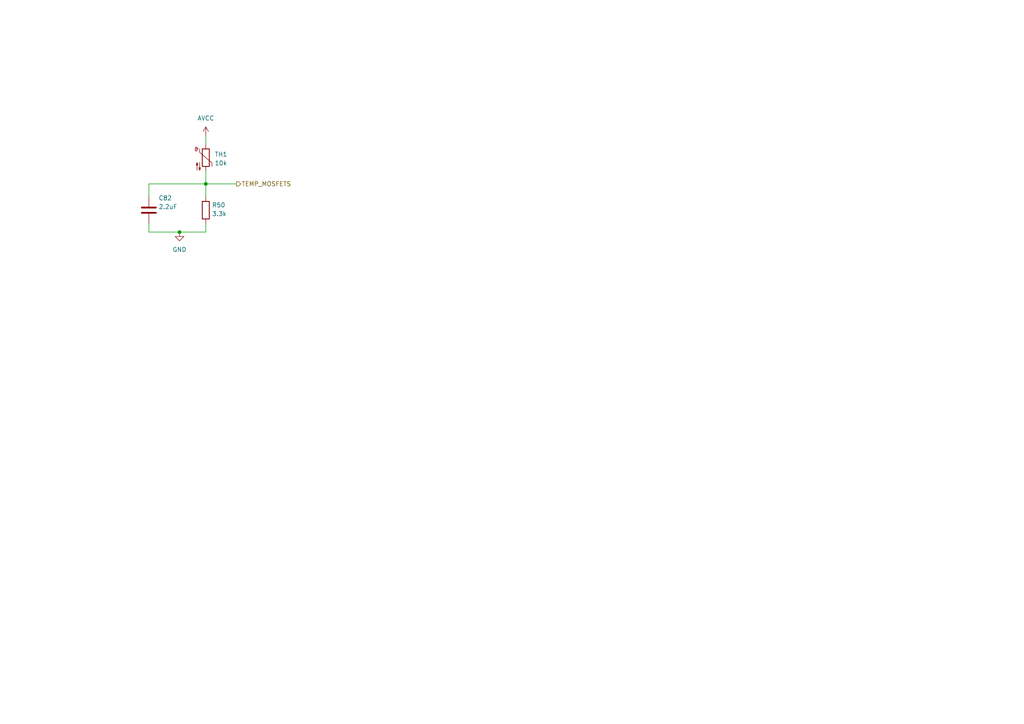
<source format=kicad_sch>
(kicad_sch (version 20231120) (generator "eeschema") (generator_version "8.0")
  (paper "A4")
  (lib_symbols
    (symbol "Device:C" (pin_numbers hide) (pin_names (offset 0.254))
      (property "Reference" "C" (at 0.635 2.54 0))
      (property "Value" "C" (at 0.635 -2.54 0))
      (symbol "C_0_1"
        (polyline (pts (xy -2.032 -0.762) (xy 2.032 -0.762)) (stroke (width 0.508)))
        (polyline (pts (xy -2.032 0.762) (xy 2.032 0.762)) (stroke (width 0.508)))
      )
      (symbol "C_1_1"
        (pin passive line (at 0 3.81 270) (length 2.794) (name "~") (number "1"))
        (pin passive line (at 0 -3.81 90) (length 2.794) (name "~") (number "2"))
      )
    )
    (symbol "Device:R" (pin_numbers hide) (pin_names (offset 0))
      (property "Reference" "R" (at 2.032 0 90))
      (property "Value" "R" (at 0 0 90))
      (symbol "R_0_1"
        (rectangle (start -1.016 -2.54) (end 1.016 2.54) (stroke (width 0.254)))
      )
      (symbol "R_1_1"
        (pin passive line (at 0 3.81 270) (length 1.27) (name "~") (number "1"))
        (pin passive line (at 0 -3.81 90) (length 1.27) (name "~") (number "2"))
      )
    )
    (symbol "Device:Thermistor_NTC" (pin_numbers hide) (pin_names (offset 0))
      (property "Reference" "TH" (at -4.445 0 90))
      (property "Value" "Thermistor_NTC" (at 3.175 0 90))
      (symbol "Thermistor_NTC_0_1"
        (arc (start -3.048 2.159) (mid -3.0495 2.3143) (end -3.175 2.413))
        (arc (start -3.048 2.159) (mid -2.9736 1.9794) (end -2.794 1.905))
        (arc (start -3.048 2.794) (mid -2.9736 2.6144) (end -2.794 2.54))
        (arc (start -2.794 1.905) (mid -2.6144 1.9794) (end -2.54 2.159))
        (arc (start -2.794 2.54) (mid -2.4393 2.5587) (end -2.159 2.794))
        (arc (start -2.794 3.048) (mid -2.9736 2.9736) (end -3.048 2.794))
        (arc (start -2.54 2.794) (mid -2.6144 2.9736) (end -2.794 3.048))
        (rectangle (start -1.016 2.54) (end 1.016 -2.54) (stroke (width 0.254)))
        (polyline (pts (xy -2.54 2.159) (xy -2.54 2.794)))
        (polyline (pts (xy -1.778 2.54) (xy -1.778 1.524) (xy 1.778 -1.524) (xy 1.778 -2.54)))
        (polyline (pts (xy -2.54 -3.683) (xy -2.54 -1.397) (xy -2.794 -2.159) (xy -2.286 -2.159) (xy -2.54 -1.397) (xy -2.54 -1.651)) (fill (type outline)))
        (polyline (pts (xy -1.778 -1.397) (xy -1.778 -3.683) (xy -2.032 -2.921) (xy -1.524 -2.921) (xy -1.778 -3.683) (xy -1.778 -3.429)) (fill (type outline)))
      )
      (symbol "Thermistor_NTC_1_1"
        (pin passive line (at 0 3.81 270) (length 1.27) (name "~") (number "1"))
        (pin passive line (at 0 -3.81 90) (length 1.27) (name "~") (number "2"))
      )
    )
    (symbol "power:GND" (power) (pin_numbers hide) (pin_names (offset 0) hide)
      (property "Value" "GND" (at 0 -3.81 0))
      (symbol "GND_0_1"
        (polyline (pts (xy 0 0) (xy 0 -1.27) (xy 1.27 -1.27) (xy 0 -2.54) (xy -1.27 -1.27) (xy 0 -1.27)))
      )
      (symbol "GND_1_1"
        (pin power_in line (at 0 0 270) (length 0) (name "~") (number "1"))
      )
    )
    (symbol "power:VCC" (power) (pin_numbers hide) (pin_names (offset 0) hide)
      (property "Value" "VCC" (at 0 3.556 0))
      (symbol "VCC_0_1"
        (polyline (pts (xy -0.762 1.27) (xy 0 2.54)))
        (polyline (pts (xy 0 0) (xy 0 2.54)))
        (polyline (pts (xy 0 2.54) (xy 0.762 1.27)))
      )
      (symbol "VCC_1_1"
        (pin power_in line (at 0 0 90) (length 0) (name "~") (number "1"))
      )
    )
  )
  (junction (at 52.07 67.31))
  (junction (at 59.69 53.34))
  (wire (pts (xy 59.69 49.53) (xy 59.69 53.34)))
  (wire (pts (xy 43.18 57.15) (xy 43.18 53.34)))
  (wire (pts (xy 43.18 53.34) (xy 59.69 53.34)))
  (wire (pts (xy 59.69 39.37) (xy 59.69 41.91)))
  (wire (pts (xy 59.69 53.34) (xy 68.58 53.34)))
  (wire (pts (xy 59.69 53.34) (xy 59.69 57.15)))
  (wire (pts (xy 43.18 67.31) (xy 52.07 67.31)))
  (wire (pts (xy 59.69 67.31) (xy 59.69 64.77)))
  (wire (pts (xy 52.07 67.31) (xy 59.69 67.31)))
  (wire (pts (xy 43.18 64.77) (xy 43.18 67.31)))
  (hierarchical_label "TEMP_MOSFETS" (shape output) (at 68.58 53.34 0))
  (symbol (lib_id "power:GND") (at 52.07 67.31 0) (unit 1)
    (property "Reference" "#PWR0101" (effects (hide yes)))
    (property "Value" "GND" (at 52.07 72.39 0))
    (property "Description" "Power symbol creates a global label with name \"GND\" , ground" (effects (hide yes)))
  )
  (symbol (lib_id "Device:Thermistor_NTC") (at 59.69 45.72 0) (unit 1)
    (property "Reference" "TH1" (at 62.23 44.7674 0) (effects (justify left)))
    (property "Value" "10k" (at 62.23 47.3074 0) (effects (justify left)))
    (property "Footprint" "Resistor_SMD:R_0402_1005Metric" (effects (hide yes)))
    (property "Datasheet" "NCP15XH103F03RC" (effects (hide yes)))
    (property "Description" "Temperature dependent resistor, negative temperature coefficient" (effects (hide yes)))
    (property "LCSC Part #" "C77131" (effects (hide yes)))
  )
  (symbol (lib_id "Device:C") (at 43.18 60.96 0) (unit 1)
    (property "Reference" "C82" (at 45.974 58.166 0) (effects (justify left bottom)))
    (property "Value" "2.2uF" (at 45.974 60.706 0) (effects (justify left bottom)))
    (property "Footprint" "Capacitor_SMD:C_0603_1608Metric" (effects (hide yes)))
    (property "Description" "CAP CER 2.2UF 16V X5R 0603" (effects (hide yes)))
    (property "SUPPLIER 1" "Digi-Key" (effects (hide yes)))
    (property "SUPPLIER PART NUMBER 1" "490-3296-1-ND" (effects (hide yes)))
    (property "MANUFACTURER" "Murata Electronics North America" (effects (hide yes)))
    (property "MANUFACTURER PART NUMBER" "GRM188R61C225KE15D" (effects (hide yes)))
    (property "ROHS" "RoHS Compliant" (effects (hide yes)))
    (property "CATEGORY" "Capacitors" (effects (hide yes)))
    (property "STOCK 1" "1255740" (effects (hide yes)))
    (property "PRICING 1" "1=0.12, 10=0.08, 50=0.046, 100=0.038, 250=0.032, 500=0.0268, 1000=0.022 (USD)" (effects (hide yes)))
    (property "PACKAGING" "Cut Tape (CT)" (effects (hide yes)))
    (property "CAPACITANCE" "2.2µF" (effects (hide yes)))
    (property "TOLERANCE" "±10%" (effects (hide yes)))
    (property "VOLTAGE - RATED" "16V" (effects (hide yes)))
    (property "TEMPERATURE COEFFICIENT" "X5R" (effects (hide yes)))
    (property "MOUNTING TYPE" "Surface Mount, MLCC" (effects (hide yes)))
    (property "OPERATING TEMPERATURE" "-55°C ~ 85°C" (effects (hide yes)))
    (property "APPLICATIONS" "General Purpose" (effects (hide yes)))
    (property "RATINGS" "-" (effects (hide yes)))
    (property "PACKAGE / CASE" "0603 (1608 Metric)" (effects (hide yes)))
    (property "SIZE / DIMENSION" "0.063\" L x 0.031\" W (1.60mm x 0.80mm)" (effects (hide yes)))
    (property "HEIGHT - SEATED (MAX)" "-" (effects (hide yes)))
    (property "THICKNESS (MAX)" "0.035\" (0.90mm)" (effects (hide yes)))
    (property "LEAD SPACING" "-" (effects (hide yes)))
    (property "FEATURES" "-" (effects (hide yes)))
    (property "LEAD STYLE" "-" (effects (hide yes)))
    (property "COMPONENTLINK1URL" "http://www.murata.com/~/media/webrenewal/support/library/catalog/products/capacitor/mlcc/c02e.pdf" (effects (hide yes)))
    (property "COMPONENTLINK1DESCRIPTION" "http://www.murata.com/~/media/webrenewal/support/library/catalog/products/capacitor/mlcc/c02e.pdf" (effects (hide yes)))
    (property "LCSC Part #" "C77183" (effects (hide yes)))
  )
  (symbol (lib_id "Device:R") (at 59.69 60.96 0) (unit 1)
    (property "Reference" "R50" (at 61.468 60.198 0) (effects (justify left bottom)))
    (property "Value" "3.3k" (at 61.468 62.738 0) (effects (justify left bottom)))
    (property "Footprint" "Resistor_SMD:R_0603_1608Metric" (effects (hide yes)))
    (property "Description" "RES SMD 3.3K OHM 1% 1/10W 0603" (effects (hide yes)))
    (property "SUPPLIER 1" "Digi-Key" (effects (hide yes)))
    (property "SUPPLIER PART NUMBER 1" "311-3.30KHRCT-ND" (effects (hide yes)))
    (property "MANUFACTURER" "Yageo" (effects (hide yes)))
    (property "ROHS" "RoHS Compliant" (effects (hide yes)))
    (property "CATEGORY" "Resistors" (effects (hide yes)))
    (property "STOCK 1" "420019" (effects (hide yes)))
    (property "PRICING 1" "1=0.1, 10=0.014, 25=0.01, 100=0.0057, 250=0.00436, 500=0.00348, 1000=0.00257, 2500=0.00223 (USD)" (effects (hide yes)))
    (property "PACKAGING" "Cut Tape (CT)" (effects (hide yes)))
    (property "TOLERANCE" "±1%" (effects (hide yes)))
    (property "POWER (WATTS)" "0.1W, 1/10W" (effects (hide yes)))
    (property "COMPOSITION" "Thick Film" (effects (hide yes)))
    (property "FEATURES" "Moisture Resistant" (effects (hide yes)))
    (property "TEMPERATURE COEFFICIENT" "±100ppm/°C" (effects (hide yes)))
    (property "OPERATING TEMPERATURE" "-55°C ~ 155°C" (effects (hide yes)))
    (property "PACKAGE / CASE" "0603 (1608 Metric)" (effects (hide yes)))
    (property "SUPPLIER DEVICE PACKAGE" "0603" (effects (hide yes)))
    (property "SIZE / DIMENSION" "0.063\" L x 0.031\" W (1.60mm x 0.80mm)" (effects (hide yes)))
    (property "HEIGHT" "0.022\" (0.55mm)" (effects (hide yes)))
    (property "NUMBER OF TERMINATIONS" "2" (effects (hide yes)))
    (property "COMPONENTLINK1URL" "http://www.yageo.com/documents/recent/PYu-RC_Group_51_RoHS_L_04.pdf" (effects (hide yes)))
    (property "COMPONENTLINK1DESCRIPTION" "http://www.yageo.com/documents/recent/PYu-RC_Group_51_RoHS_L_04.pdf" (effects (hide yes)))
    (property "MANUFACTURER PART NUMBER" "RC0603FR-073K3L" (effects (hide yes)))
    (property "RESISTANCE (OHMS)" "3.3k" (effects (hide yes)))
    (property "LCSC Part #" " C108078" (effects (hide yes)))
  )
  (symbol (lib_id "power:VCC") (at 59.69 39.37 0) (unit 1)
    (property "Reference" "#PWR0100" (effects (hide yes)))
    (property "Value" "AVCC" (at 59.69 34.29 0))
    (property "Description" "Power symbol creates a global label with name \"VCC\"" (effects (hide yes)))
  )
)
</source>
